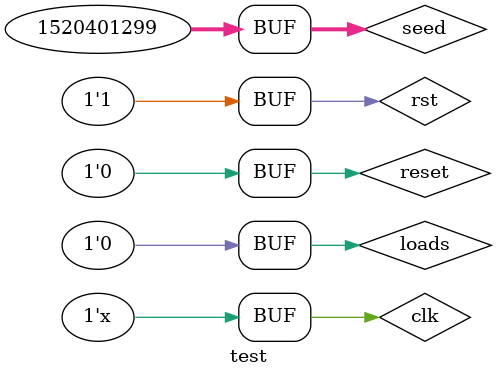
<source format=v>
`include "placement.v"

module test;
 	 reg clk;
	 reg reset, rst;
         reg loads = 0;
        reg [31:0] seed = 1520401299;
 	 initial begin
	 	 $dumpfile("placement.vcd");
	 	 $dumpvars;
	 	 clk = 0;
	 	 reset = 0;
	 	 #1 reset = 1;
	 	 #23 reset = 0;
		 #0 rst = 1;
		 #0 loads = 1;
		 #2 loads = 0;
	 	 //#50 rst = 0;
                //#140 $finish;
	 end
	 always #1 clk = !clk;
	 wire out;
	 placement p1 (out, clk, reset, loads, rst, seed);
endmodule

</source>
